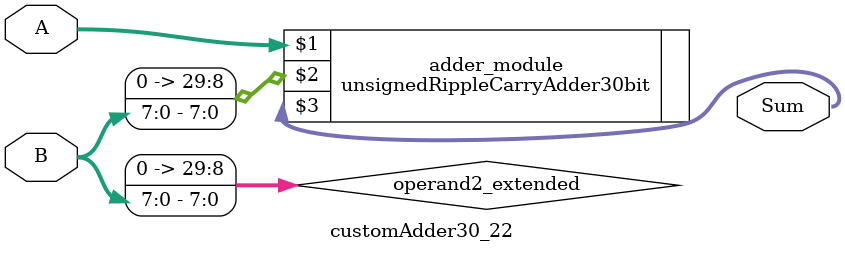
<source format=v>

module customAdder30_22(
                    input [29 : 0] A,
                    input [7 : 0] B,
                    
                    output [30 : 0] Sum
            );

    wire [29 : 0] operand2_extended;
    
    assign operand2_extended =  {22'b0, B};
    
    unsignedRippleCarryAdder30bit adder_module(
        A,
        operand2_extended,
        Sum
    );
    
endmodule
        
</source>
